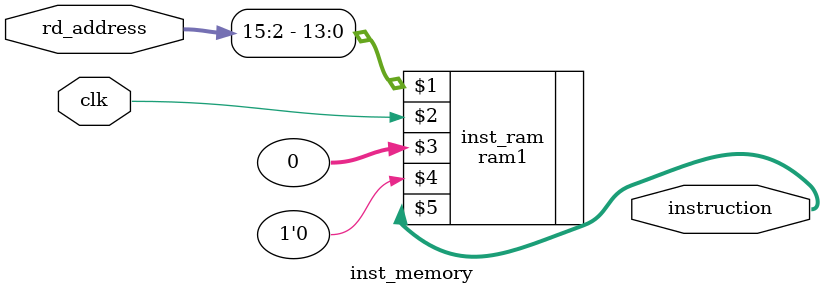
<source format=v>
module inst_memory (clk,rd_address,instruction);
    input clk;
    input [31:0] rd_address;
    output [31:0] instruction;
    
    ram1 inst_ram(
        rd_address[15:2],
        clk,
        32'b0,
        1'b0,
        instruction);
endmodule

</source>
